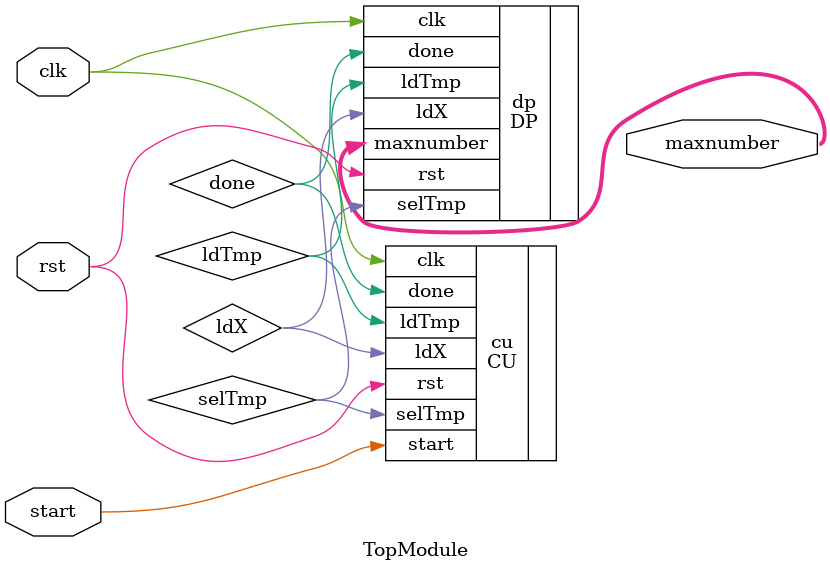
<source format=v>
module TopModule(input clk,
                 rst,
                 start,
                 output [31:0] maxnumber);
    wire ldX, ldTmp, selTmp, done;
    DP dp(.clk(clk), .rst(rst), .maxnumber(maxnumber), .done(done), .ldX(ldX), .ldTmp(ldTmp), .selTmp(selTmp));
    CU cu(.clk(clk), .rst(rst), .start(start), .done(done), .ldX(ldX), .ldTmp(ldTmp), .selTmp(selTmp));
endmodule

</source>
